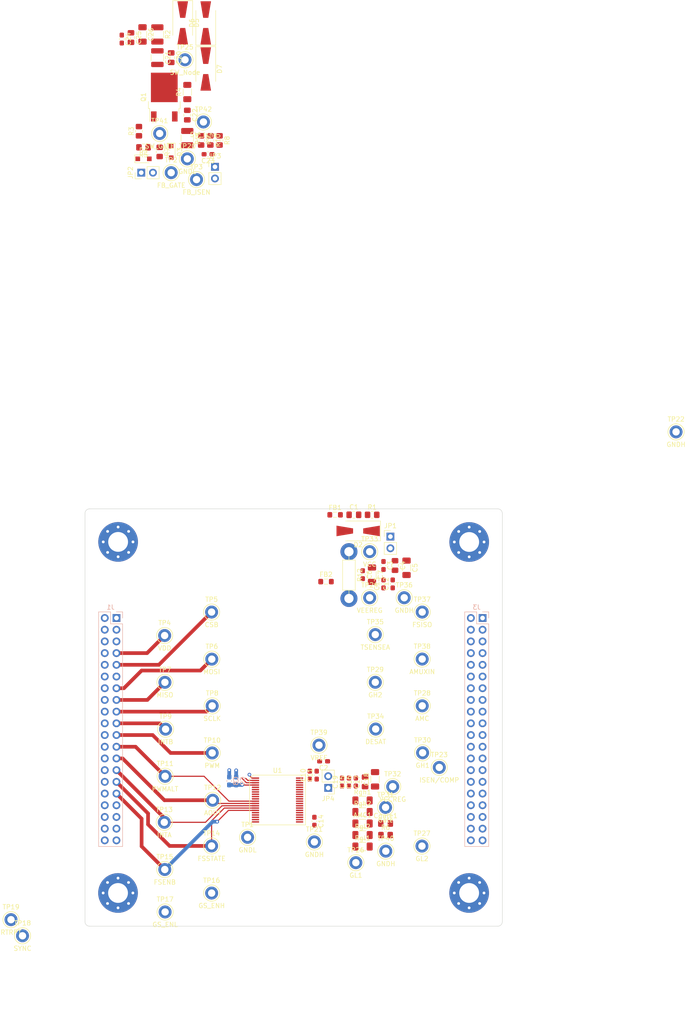
<source format=kicad_pcb>
(kicad_pcb (version 20211014) (generator pcbnew)
  (layers (0 "F.Cu" signal) (1 "In1.Cu" signal) (2 "In2.Cu" signal) (31 "B.Cu" signal) (34 "B.Paste" user) (35 "F.Paste" user) (36 "B.SilkS" user "B.Silkscreen") (37 "F.SilkS" user "F.Silkscreen") (38 "B.Mask" user) (39 "F.Mask" user) (44 "Edge.Cuts" user))
  (net 0 "")
  (net 1 "/AMC")
  (net 2 "/Gate")
  (net 3 "Net-(C1-Pad1)")
  (net 4 "Net-(C1-Pad2)")
  (net 5 "/VCC")
  (net 6 "GND")
  (net 7 "/VEEREG")
  (net 8 "/VDD")
  (net 9 "GNDD")
  (net 10 "/VREF")
  (net 11 "Net-(C20-Pad1)")
  (net 12 "/SW_Node")
  (net 13 "Net-(C22-Pad1)")
  (net 14 "/SW_Isns")
  (net 15 "Net-(C23-Pad1)")
  (net 16 "/SW_Gate")
  (net 17 "Net-(D4-Pad1)")
  (net 18 "+12V")
  (net 19 "Net-(D6-Pad1)")
  (net 20 "Net-(FB1-Pad2)")
  (net 28 "/CSB")
  (net 31 "/MOSI")
  (net 33 "/MISO")
  (net 35 "/SCLK")
  (net 37 "/INTB")
  (net 39 "/PWM")
  (net 41 "/PWMALT")
  (net 43 "/AOUT")
  (net 45 "/INTA")
  (net 47 "/FSSTATE")
  (net 49 "/FSENB")
  (net 52 "/GS_ENH")
  (net 54 "/GS_ENL")
  (net 63 "/TSENSEA")
  (net 65 "/FSISO")
  (net 67 "/VCC_ic")
  (net 71 "/AMUXIN")
  (net 73 "/GH2")
  (net 77 "/GL1")
  (net 81 "/ISEN{slash}COMP")
  (net 83 "/DESAT")
  (net 88 "/GH1")
  (net 92 "/GL2")
  (net 93 "/FB_GATE")
  (net 94 "/FB_ISEN")
  (net 95 "/SYNC")
  (net 96 "/RTRPT")
  (net 97 "/VCCREG")
  (net 99 "Net-(D2-Pad1)")
  (footprint "Resistor_SMD:R_0805_2012Metric_Pad1.20x1.40mm_HandSolder" (layer "F.Cu") (at 82.0375 105)
    (fp_text reference "R1")
    (fp_text value "DNP")
  )
  (footprint "footprints:TestPoint_Keystone_5010-5014_Multipurpose" (layer "F.Cu") (at 35.92 22.24)
    (fp_text reference "TP41")
    (fp_text value "SW_GATE")
  )
  (footprint "footprints:TestPoint_Keystone_5010-5014_Multipurpose" (layer "F.Cu") (at 89 123)
    (fp_text reference "TP36")
    (fp_text value "GNDH")
  )
  (footprint "footprints:TestPoint_Keystone_5010-5014_Multipurpose" (layer "F.Cu") (at 43.92 32.24)
    (fp_text reference "TP3")
    (fp_text value "FB_ISEN")
  )
  (footprint "Connector_PinHeader_2.54mm:PinHeader_1x02_P2.54mm_Vertical" (layer "F.Cu") (at 72.5 164.275 180)
    (fp_text reference "JP4")
    (fp_text value "C_VCC")
  )
  (footprint "footprints:TestPoint_Keystone_5010-5014_Multipurpose" (layer "F.Cu") (at 78.5 180.5)
    (fp_text reference "TP26")
    (fp_text value "GL1")
  )
  (footprint "footprints:TestPoint_Keystone_5010-5014_Multipurpose" (layer "F.Cu") (at 47.19 126.11)
    (fp_text reference "TP5")
    (fp_text value "CSB")
  )
  (footprint "Capacitor_SMD:C_0603_1608Metric_Pad1.08x0.95mm_HandSolder" (layer "F.Cu") (at 68.5 161.5 90)
    (fp_text reference "C10")
    (fp_text value "1u")
  )
  (footprint "Capacitor_SMD:C_0603_1608Metric_Pad1.08x0.95mm_HandSolder" (layer "F.Cu") (at 70 161.5 90)
    (fp_text reference "C11")
    (fp_text value "100n")
  )
  (footprint "Capacitor_SMD:C_1206_3216Metric_Pad1.33x1.80mm_HandSolder" (layer "F.Cu") (at 82 118 -90)
    (fp_text reference "C7")
    (fp_text value "4u7 DNP")
  )
  (footprint "footprints:TestPoint_Keystone_5010-5014_Multipurpose" (layer "F.Cu") (at 69.5 176)
    (fp_text reference "TP21")
    (fp_text value "GNDH")
  )
  (footprint "footprints:TestPoint_Keystone_5010-5014_Multipurpose" (layer "F.Cu") (at 92.85 176.9)
    (fp_text reference "TP27")
    (fp_text value "GL2")
  )
  (footprint "footprints:TestPoint_Keystone_5010-5014_Multipurpose" (layer "F.Cu") (at 47.19 176.87)
    (fp_text reference "TP14")
    (fp_text value "FSSTATE")
  )
  (footprint "Connector_PinHeader_2.54mm:PinHeader_1x02_P2.54mm_Vertical" (layer "F.Cu") (at 47.92 29.465)
    (fp_text reference "JP3")
    (fp_text value "Isns")
  )
  (footprint "Resistor_SMD:R_0805_2012Metric_Pad1.20x1.40mm_HandSolder" (layer "F.Cu") (at 44.92 23.74 -90)
    (fp_text reference "R9")
    (fp_text value "0R1")
  )
  (footprint "footprints:TestPoint_Keystone_5010-5014_Multipurpose" (layer "F.Cu") (at 82.72 131)
    (fp_text reference "TP35")
    (fp_text value "TSENSEA")
  )
  (footprint "footprints:TestPoint_Keystone_5010-5014_Multipurpose" (layer "F.Cu") (at 6.15 196.37)
    (fp_text reference "TP18")
    (fp_text value "SYNC")
  )
  (footprint "Diode_SMD:D_SMA-SMB_Universal_Handsoldering" (layer "F.Cu") (at 45.92 -1.76 90)
    (fp_text reference "D6")
    (fp_text value "DNP")
  )
  (footprint "MountingHole:MountingHole_4.3mm_M4_Pad_Via" (layer "F.Cu") (at 103.1 110.9)
    (fp_text reference "H4")
    (fp_text value "MountingHole_Pad")
  )
  (footprint "Diode_SMD:D_SOD-323_HandSoldering" (layer "F.Cu") (at 32.42 27.74)
    (fp_text reference "D4")
    (fp_text value "DNP")
  )
  (footprint "Resistor_SMD:R_1210_3225Metric_Pad1.30x2.65mm_HandSolder" (layer "F.Cu") (at 41.92 23.24 -90)
    (fp_text reference "R11")
    (fp_text value "0R1")
  )
  (footprint "Resistor_SMD:R_1206_3216Metric_Pad1.30x1.75mm_HandSolder" (layer "F.Cu") (at 79.95 167)
    (fp_text reference "Rgh1")
    (fp_text value "2")
  )
  (footprint "Resistor_SMD:R_1210_3225Metric_Pad1.30x2.65mm_HandSolder" (layer "F.Cu") (at 35.42 0.74 -90)
    (fp_text reference "R2")
    (fp_text value "DNP")
  )
  (footprint "Capacitor_SMD:C_0805_2012Metric_Pad1.18x1.45mm_HandSolder" (layer "F.Cu") (at 80.5 162.9625 90)
    (fp_text reference "C17")
    (fp_text value "4u7 DNP")
  )
  (footprint "footprints:TestPoint_Keystone_5010-5014_Multipurpose" (layer "F.Cu") (at 37.03 181.99)
    (fp_text reference "TP15")
    (fp_text value "FSENB")
  )
  (footprint "Capacitor_SMD:C_0805_2012Metric_Pad1.18x1.45mm_HandSolder" (layer "F.Cu") (at 87 116 -90)
    (fp_text reference "C4")
    (fp_text value "4u7 DNP")
  )
  (footprint "Resistor_SMD:R_0805_2012Metric_Pad1.20x1.40mm_HandSolder" (layer "F.Cu") (at 48.92 23.74 -90)
    (fp_text reference "R8")
    (fp_text value "0")
  )
  (footprint "MountingHole:MountingHole_4.3mm_M4_Pad_Via" (layer "F.Cu") (at 103.09 187.08)
    (fp_text reference "H1")
    (fp_text value "MountingHole_Pad")
  )
  (footprint "Capacitor_SMD:C_0805_2012Metric_Pad1.18x1.45mm_HandSolder" (layer "F.Cu") (at 78.075 105)
    (fp_text reference "C1")
    (fp_text value "DNP")
  )
  (footprint "footprints:TestPoint_Keystone_5010-5014_Multipurpose" (layer "F.Cu") (at 92.9 136.31)
    (fp_text reference "TP38")
    (fp_text value "AMUXIN")
  )
  (footprint "Resistor_SMD:R_1206_3216Metric_Pad1.30x1.75mm_HandSolder" (layer "F.Cu") (at 79.95 169.5)
    (fp_text reference "Rgh2")
    (fp_text value "2")
  )
  (footprint "footprints:TestPoint_Keystone_5010-5014_Multipurpose" (layer "F.Cu") (at 41.92 27.74)
    (fp_text reference "TP20")
    (fp_text value "GNDL")
  )
  (footprint "Capacitor_SMD:C_0603_1608Metric_Pad1.08x0.95mm_HandSolder" (layer "F.Cu") (at 46.42 26.74 180)
    (fp_text reference "C23")
    (fp_text value "DNP")
  )
  (footprint "footprints:TestPoint_Keystone_5010-5014_Multipurpose" (layer "F.Cu") (at 41.42 6.24)
    (fp_text reference "TP25")
    (fp_text value "SW_Node")
  )
  (footprint "Connector_PinHeader_2.54mm:PinHeader_1x02_P2.54mm_Vertical" (layer "F.Cu") (at 86 109.725)
    (fp_text reference "JP1")
    (fp_text value "Xfmr_VCC")
  )
  (footprint "footprints:TestPoint_Keystone_5010-5014_Multipurpose" (layer "F.Cu") (at 85 178)
    (fp_text reference "TP40")
    (fp_text value "GNDH")
  )
  (footprint "footprints:TestPoint_Keystone_5010-5014_Multipurpose" (layer "F.Cu") (at 96.61 159.83)
    (fp_text reference "TP23")
    (fp_text value "ISEN/COMP")
  )
  (footprint "Capacitor_SMD:C_0603_1608Metric_Pad1.08x0.95mm_HandSolder" (layer "F.Cu") (at 69.5 171.5 -90)
    (fp_text reference "C14")
    (fp_text value "100n")
  )
  (footprint "MountingHole:MountingHole_4.3mm_M4_Pad_Via" (layer "F.Cu") (at 26.9 110.88)
    (fp_text reference "H3")
    (fp_text value "MountingHole_Pad")
  )
  (footprint "Inductor_SMD:L_0805_2012Metric_Pad1.05x1.20mm_HandSolder" (layer "F.Cu") (at 72.025 119.5)
    (fp_text reference "FB2")
    (fp_text value "0")
  )
  (footprint "Resistor_SMD:R_1206_3216Metric_Pad1.30x1.75mm_HandSolder" (layer "F.Cu") (at 41.92 13.24 90)
    (fp_text reference "R4")
    (fp_text value "DNP")
  )
  (footprint "footprints:TestPoint_Keystone_5010-5014_Multipurpose" (layer "F.Cu") (at 37.2 151.53)
    (fp_text reference "TP9")
    (fp_text value "INTB")
  )
  (footprint "Capacitor_SMD:C_1206_3216Metric_Pad1.33x1.80mm_HandSolder" (layer "F.Cu") (at 82.67 162.41 90)
    (fp_text reference "C18")
    (fp_text value "4u7 DNP")
  )
  (footprint "MountingHole:MountingHole_4.3mm_M4_Pad_Via" (layer "F.Cu") (at 26.88 187.08)
    (fp_text reference "H2")
    (fp_text value "MountingHole_Pad")
  )
  (footprint "footprints:TestPoint_Keystone_5010-5014_Multipurpose" (layer "F.Cu") (at 70.5 155)
    (fp_text reference "TP39")
    (fp_text value "VREF")
  )
  (footprint "Resistor_SMD:R_1206_3216Metric_Pad1.30x1.75mm_HandSolder" (layer "F.Cu") (at 79.95 174.5)
    (fp_text reference "Rgl2")
    (fp_text value "2")
  )
  (footprint "Capacitor_SMD:C_0603_1608Metric_Pad1.08x0.95mm_HandSolder" (layer "F.Cu") (at 27.695 1.74 -90)
    (fp_text reference "C24")
    (fp_text value "4u7")
  )
  (footprint "Capacitor_SMD:C_0603_1608Metric_Pad1.08x0.95mm_HandSolder" (layer "F.Cu") (at 71.5 158.5 180)
    (fp_text reference "C2")
    (fp_text value "100n")
  )
  (footprint "footprints:TestPoint_Keystone_5010-5014_Multipurpose" (layer "F.Cu") (at 81.5 113)
    (fp_text reference "TP33")
    (fp_text value "VCC")
  )
  (footprint "Resistor_SMD:R_0805_2012Metric_Pad1.20x1.40mm_HandSolder" (layer "F.Cu") (at 31.42 21.74 90)
    (fp_text reference "R3")
    (fp_text value "1k DNP")
  )
  (footprint "Resistor_SMD:R_1206_3216Metric_Pad1.30x1.75mm_HandSolder" (layer "F.Cu") (at 79.95 172)
    (fp_text reference "AMC1")
    (fp_text value "0")
  )
  (footprint "footprints:TestPoint_Keystone_5010-5014_Multipurpose" (layer "F.Cu") (at 82.72 141.35)
    (fp_text reference "TP29")
    (fp_text value "GH2")
  )
  (footprint "Resistor_SMD:R_0805_2012Metric_Pad1.20x1.40mm_HandSolder" (layer "F.Cu") (at 35.92 26.24 -90)
    (fp_text reference "R7")
    (fp_text value "DNP")
  )
  (footprint "Capacitor_SMD:C_1206_3216Metric_Pad1.33x1.80mm_HandSolder" (layer "F.Cu") (at 32.195 0.74 -90)
    (fp_text reference "C26")
    (fp_text value "4u7 DNP")
  )
  (footprint "footprints:TestPoint_Keystone_5010-5014_Multipurpose" (layer "F.Cu") (at 37.1 191.2)
    (fp_text reference "TP17")
    (fp_text value "GS_ENL")
  )
  (footprint "Capacitor_SMD:C_0603_1608Metric_Pad1.08x0.95mm_HandSolder" (layer "F.Cu") (at 75.5 163 90)
    (fp_text reference "C19")
    (fp_text value "100n")
  )
  (footprint "footprints:TestPoint_Keystone_5010-5014_Multipurpose" (layer "F.Cu") (at 92.91 146.46)
    (fp_text reference "TP28")
    (fp_text value "AMC")
  )
  (footprint "footprints:TestPoint_Keystone_5010-5014_Multipurpose" (layer "F.Cu") (at 47.2 187.1)
    (fp_text reference "TP16")
    (fp_text value "GS_ENH")
  )
  (footprint "Connector_PinHeader_2.54mm:PinHeader_1x02_P2.54mm_Vertical" (layer "F.Cu") (at 31.92 30.74 90)
    (fp_text reference "JP2")
    (fp_text value "Gate")
  )
  (footprint "Diode_SMD:D_SMA-SMB_Universal_Handsoldering" (layer "F.Cu") (at 40.92 -1.76 -90)
    (fp_text reference "D5")
    (fp_text value "DNP")
  )
  (footprint "footprints:TestPoint_Keystone_5010-5014_Multipurpose" (layer "F.Cu") (at 45.42 19.74)
    (fp_text reference "TP42")
    (fp_text value "SW_Isns")
  )
  (footprint "footprints:TestPoint_Keystone_5010-5014_Multipurpose" (layer "F.Cu") (at 37 131.2)
    (fp_text reference "TP4")
    (fp_text value "VDD")
  )
  (footprint "footprints:TestPoint_Keystone_5010-5014_Multipurpose" (layer "F.Cu") (at 47.23 136.33)
    (fp_text reference "TP6")
    (fp_text value "MOSI")
  )
  (footprint "Capacitor_SMD:C_0603_1608Metric_Pad1.08x0.95mm_HandSolder" (layer "F.Cu") (at 78.5 163 90)
    (fp_text reference "C16")
    (fp_text value "4u7")
  )
  (footprint "Capacitor_SMD:C_0603_1608Metric_Pad1.08x0.95mm_HandSolder" (layer "F.Cu") (at 84.5 116 -90)
    (fp_text reference "C3")
    (fp_text value "4u7")
  )
  (footprint "Capacitor_SMD:C_1206_3216Metric_Pad1.33x1.80mm_HandSolder" (layer "F.Cu") (at 89.5 116.5 -90)
    (fp_text reference "C5")
    (fp_text value "4u7 DNP")
  )
  (footprint "footprints:TestPoint_Keystone_5010-5014_Multipurpose" (layer "F.Cu") (at 81.5 123)
    (fp_text reference "TP24")
    (fp_text value "VEEREG")
  )
  (footprint "footprints:TestPoint_Keystone_5010-5014_Multipurpose" (layer "F.Cu") (at 38.42 30.74)
    (fp_text reference "TP2")
    (fp_text value "FB_GATE")
  )
  (footprint "footprints:TestPoint_Keystone_5010-5014_Multipurpose" (layer "F.Cu") (at 84.95 168.5)
    (fp_text reference "TP31")
    (fp_text value "Gate")
  )
  (footprint "Diode_SMD:D_SMA-SMB_Universal_Handsoldering" (layer "F.Cu") (at 45.92 8.24 -90)
    (fp_text reference "D7")
    (fp_text value "DNP")
  )
  (footprint "Resistor_SMD:R_1206_3216Metric_Pad1.30x1.75mm_HandSolder" (layer "F.Cu") (at 79.95 177)
    (fp_text reference "Rgl1")
    (fp_text value "2")
  )
  (footprint "Resistor_SMD:R_0805_2012Metric_Pad1.20x1.40mm_HandSolder" (layer "F.Cu") (at 32.42 25.24 180)
    (fp_text reference "R5")
    (fp_text value "33")
  )
  (footprint "Capacitor_SMD:C_1210_3225Metric" (layer "F.Cu") (at 35.42 5.7775 -90)
    (fp_text reference "C21")
    (fp_text value "DNP")
  )
  (footprint "Diode_SMD:D_SMA-SMB_Universal_Handsoldering" (layer "F.Cu") (at 79 108.5 180)
    (fp_text reference "D2")
    (fp_text value "D")
  )
  (footprint "footprints:TestPoint_Keystone_5010-5014_Multipurpose" (layer "F.Cu") (at 37.06 141.36)
    (fp_text reference "TP7")
    (fp_text value "MISO")
  )
  (footprint "footprints:TestPoint_Keystone_5010-5014_Multipurpose" (layer "F.Cu") (at 92.99 156.65)
    (fp_text reference "TP30")
    (fp_text value "GH1")
  )
  (footprint "footprints:TestPoint_Keystone_5010-5014_Multipurpose" (layer "F.Cu") (at 148 87)
    (fp_text reference "TP22")
    (fp_text value "GNDH")
  )
  (footprint "footprints:TestPoint_Keystone_5010-5014_Multipurpose" (layer "F.Cu") (at 3.65 192.87)
    (fp_text reference "TP19")
    (fp_text value "RTRPT")
  )
  (footprint "Package_TO_SOT_SMD:TO-252-2" (layer "F.Cu") (at 36.92 14.34 90)
    (fp_text reference "Q1")
    (fp_text value "40N06")
  )
  (footprint "footprints:TestPoint_Keystone_5010-5014_Multipurpose" (layer "F.Cu") (at 36.92 171.74)
    (fp_text reference "TP13")
    (fp_text value "INTA")
  )
  (footprint "Capacitor_SMD:C_0805_2012Metric_Pad1.18x1.45mm_HandSolder" (layer "F.Cu") (at 29.695 1.42 -90)
    (fp_text reference "C25")
    (fp_text value "4u7 DNP")
  )
  (footprint "footprints:TestPoint_Keystone_5010-5014_Multipurpose" (layer "F.Cu") (at 86.5 164)
    (fp_text reference "TP32")
    (fp_text value "VCCREG")
  )
  (footprint "footprints:R_SocketINSA_L6.3mm_D2.5mm_P10.16mm_Horizontal" (layer "F.Cu") (at 77 113 -90)
    (fp_text reference "R12")
    (fp_text value "0R1")
  )
  (footprint "Capacitor_SMD:C_0805_2012Metric_Pad1.18x1.45mm_HandSolder" (layer "F.Cu") (at 41.92 18.24 -90)
    (fp_text reference "C22")
    (fp_text value "DNP")
  )
  (footprint "Diode_SMD:D_SOD-323_HandSoldering" (layer "F.Cu") (at 38.42 26.24 -90)
    (fp_text reference "D3")
    (fp_text value "DNP")
  )
  (footprint "footprints:TestPoint_Keystone_5010-5014_Multipurpose" (layer "F.Cu") (at 37.1 161.75)
    (fp_text reference "TP11")
    (fp_text value "PWMALT")
  )
  (footprint "Capacitor_SMD:C_0603_1608Metric_Pad1.08x0.95mm_HandSolder" (layer "F.Cu") (at 77 163 90)
    (fp_text reference "C15")
    (fp_text value "4u7")
  )
  (footprint "footprintsNXP:GD3163_SOIC-40_1.575x0.3, 9.575w" (layer "F.Cu") (at 61.5 166.9 -90)
    (fp_text reference "U1")
    (fp_text value "GD3163")
  )
  (footprint "footprints:TestPoint_Keystone_5010-5014_Multipurpose" (layer "F.Cu") (at 47.42 166.95)
    (fp_text reference "TP12")
    (fp_text value "AOUT")
  )
  (footprint "footprints:TestPoint_Keystone_5010-5014_Multipurpose" (layer "F.Cu") (at 82.8 151.5)
    (fp_text reference "TP34")
    (fp_text value "DESAT")
  )
  (footprint "footprints:TestPoint_Keystone_5010-5014_Multipurpose" (layer "F.Cu") (at 47.32 146.47)
    (fp_text reference "TP8")
    (fp_text value "SCLK")
  )
  (footprint "Resistor_SMD:R_0805_2012Metric_Pad1.20x1.40mm_HandSolder" (layer "F.Cu") (at 46.92 23.74 -90)
    (fp_text reference "R10")
    (fp_text value "0R1")
  )
  (footprint "Capacitor_SMD:C_0805_2012Metric_Pad1.18x1.45mm_HandSolder" (layer "F.Cu") (at 84.95 172)
    (fp_text reference "Cgate1")
    (fp_text value "3n3 DNP")
  )
  (footprint "Capacitor_SMD:C_0603_1608Metric_Pad1.08x0.95mm_HandSolder" (layer "F.Cu") (at 84.5 120 90)
    (fp_text reference "C13")
    (fp_text value "4u7")
  )
  (footprint "footprints:TestPoint_Keystone_5010-5014_Multipurpose" (layer "F.Cu") (at 47.32 156.69)
    (fp_text reference "TP10")
    (fp_text value "PWM")
  )
  (footprint "Resistor_SMD:R_0805_2012Metric_Pad1.20x1.40mm_HandSolder" (layer "F.Cu") (at 84.95 174.5)
    (fp_text reference "R6")
    (fp_text value "10k DNP")
  )
  (footprint "Capacitor_SMD:C_0603_1608Metric_Pad1.08x0.95mm_HandSolder" (layer "F.Cu") (at 86.5 120 90)
    (fp_text reference "C12")
    (fp_text value "4u7")
  )
  (footprint "footprints:TestPoint_Keystone_5010-5014_Multipurpose" (layer "F.Cu") (at 55 175)
    (fp_text reference "TP1")
    (fp_text value "GNDL")
  )
  (footprint "Capacitor_SMD:C_0603_1608Metric_Pad1.08x0.95mm_HandSolder" (layer "F.Cu") (at 80 118 -90)
    (fp_text reference "C6")
    (fp_text value "4u7")
  )
  (footprint "footprints:TestPoint_Keystone_5010-5014_Multipurpose" (layer "F.Cu") (at 92.9 126.11)
    (fp_text reference "TP37")
    (fp_text value "FSISO")
  )
  (footprint "Capacitor_SMD:C_0805_2012Metric_Pad1.18x1.45mm_HandSolder" (layer "F.Cu") (at 38.42 5.7775 -90)
    (fp_text reference "C20")
    (fp_text value "DNP")
  )
  (footprint "Inductor_SMD:L_0805_2012Metric_Pad1.05x1.20mm_HandSolder" (layer "F.Cu") (at 74 105)
    (fp_text reference "FB1")
    (fp_text value "0")
  )
  (footprint "Capacitor_SMD:C_0603_1608Metric_Pad1.08x0.95mm_HandSolder" (layer "B.Cu") (at 51.025 162.7625 90)
    (fp_text reference "C8")
    (fp_text value "1u")
  )
  (footprint "Connector_PinHeader_2.54mm:PinHeader_2x20_P2.54mm_Vertical" (layer "B.Cu") (at 106 127.4 180)
    (fp_text reference "J3")
    (fp_text value "Conn_02x20_Odd_Even")
  )
  (footprint "Capacitor_SMD:C_0603_1608Metric_Pad1.08x0.95mm_HandSolder" (layer "B.Cu") (at 52.525 162.7625 90)
    (fp_text reference "C9")
    (fp_text value "100n")
  )
  (footprint "Connector_PinHeader_2.54mm:PinHeader_2x20_P2.54mm_Vertical" (layer "B.Cu") (at 26.54 127.4 180)
    (fp_text reference "J1")
    (fp_text value "Conn_02x20_Odd_Even")
  )
  (gr_arc (start 109.292893 103.707107) (mid 110 104) (end 110.292893 104.707107) (layer "Edge.Cuts") (width 0.1))
  (gr_line (start 20.707107 103.707107) (end 109.292893 103.707107) (layer "Edge.Cuts") (width 0.1))
  (gr_line (start 110.292893 104.707107) (end 110.292893 193.292893) (layer "Edge.Cuts") (width 0.1))
  (gr_arc (start 19.707107 104.707107) (mid 20 104) (end 20.707107 103.707107) (layer "Edge.Cuts") (width 0.1))
  (gr_arc (start 20.707107 194.292893) (mid 20 194) (end 19.707107 193.292893) (layer "Edge.Cuts") (width 0.1))
  (gr_arc (start 110.292893 193.292893) (mid 110 194) (end 109.292893 194.292893) (layer "Edge.Cuts") (width 0.1))
  (gr_line (start 109.292893 194.292893) (end 20.707107 194.292893) (layer "Edge.Cuts") (width 0.1))
  (gr_line (start 19.707107 104.707107) (end 19.707107 193.292893) (layer "Edge.Cuts") (width 0.1))
  (segment (start 33.18 135.02) (end 37 131.2) (width 0.8) (layer "F.Cu") (net 8))
  (segment (start 26.54 135.02) (end 33.18 135.02) (width 0.8) (layer "F.Cu") (net 8))
  (segment (start 53.875 163.65) (end 53.825 163.6) (width 0.25) (layer "F.Cu") (net 8))
  (segment (start 56.7125 163.65) (end 53.875 163.65) (width 0.25) (layer "F.Cu") (net 8))
  (via (at 53.825 163.6) (size 0.8) (drill 0.4) (layers "F.Cu" "B.Cu") (net 8))
  (segment (start 51.025 163.625) (end 53.8 163.625) (width 0.8) (layer "B.Cu") (net 8))
  (segment (start 53.8 163.625) (end 53.825 163.6) (width 0.8) (layer "B.Cu") (net 8))
  (segment (start 55.4 161.6) (end 55.4 161.4) (width 0.25) (layer "F.Cu") (net 9))
  (segment (start 55.95 162.15) (end 55.4 161.6) (width 0.25) (layer "F.Cu") (net 9))
  (segment (start 56.7125 162.15) (end 55.95 162.15) (width 0.25) (layer "F.Cu") (net 9))
  (via (at 55.4 161.4) (size 0.8) (drill 0.4) (layers "F.Cu" "B.Cu") (net 9))
  (via (at 51.025 160.425) (size 0.8) (drill 0.4) (layers "F.Cu" "B.Cu") (net 9))
  (via (at 52.525 160.475) (size 0.8) (drill 0.4) (layers "F.Cu" "B.Cu") (net 9))
  (segment (start 51.025 161.9) (end 51.025 160.425) (width 0.8) (layer "B.Cu") (net 9))
  (segment (start 52.525 161.9) (end 52.525 160.475) (width 0.8) (layer "B.Cu") (net 9))
  (segment (start 26.54 137.56) (end 35.74 137.56) (width 0.8) (layer "F.Cu") (net 28))
  (segment (start 35.74 137.56) (end 47.19 126.11) (width 0.8) (layer "F.Cu") (net 28))
  (segment (start 28.16 142.64) (end 32 138.8) (width 0.8) (layer "F.Cu") (net 31))
  (segment (start 32 138.8) (end 44.76 138.8) (width 0.8) (layer "F.Cu") (net 31))
  (segment (start 26.54 142.64) (end 28.16 142.64) (width 0.8) (layer "F.Cu") (net 31))
  (segment (start 44.76 138.8) (end 47.23 136.33) (width 0.8) (layer "F.Cu") (net 31))
  (segment (start 26.54 145.18) (end 33.24 145.18) (width 0.8) (layer "F.Cu") (net 33))
  (segment (start 33.24 145.18) (end 37.06 141.36) (width 0.8) (layer "F.Cu") (net 33))
  (segment (start 46.07 147.72) (end 47.32 146.47) (width 0.8) (layer "F.Cu") (net 35))
  (segment (start 26.54 147.72) (end 46.07 147.72) (width 0.8) (layer "F.Cu") (net 35))
  (segment (start 26.54 150.26) (end 35.93 150.26) (width 0.8) (layer "F.Cu") (net 37))
  (segment (start 35.93 150.26) (end 37.2 151.53) (width 0.8) (layer "F.Cu") (net 37))
  (segment (start 26.54 152.8) (end 34.4 152.8) (width 0.8) (layer "F.Cu") (net 39))
  (segment (start 38.29 156.69) (end 47.32 156.69) (width 0.8) (layer "F.Cu") (net 39))
  (segment (start 34.4 152.8) (end 38.29 156.69) (width 0.8) (layer "F.Cu") (net 39))
  (segment (start 26.54 155.34) (end 30.69 155.34) (width 0.8) (layer "F.Cu") (net 41))
  (segment (start 30.69 155.34) (end 37.1 161.75) (width 0.8) (layer "F.Cu") (net 41))
  (segment (start 37.1 161.75) (end 45.55 161.75) (width 0.25) (layer "F.Cu") (net 41))
  (segment (start 56.7125 167.15) (end 50.95 167.15) (width 0.25) (layer "F.Cu") (net 41))
  (segment (start 45.55 161.75) (end 50.95 167.15) (width 0.25) (layer "F.Cu") (net 41))
  (segment (start 36.95 166.95) (end 47.42 166.95) (width 0.8) (layer "F.Cu") (net 43))
  (segment (start 48.12 167.65) (end 47.42 166.95) (width 0.25) (layer "F.Cu") (net 43))
  (segment (start 26.54 157.88) (end 27.88 157.88) (width 0.8) (layer "F.Cu") (net 43))
  (segment (start 27.88 157.88) (end 36.95 166.95) (width 0.8) (layer "F.Cu") (net 43))
  (segment (start 56.7125 167.65) (end 48.12 167.65) (width 0.25) (layer "F.Cu") (net 43))
  (segment (start 36.92 170.8) (end 36.92 171.74) (width 0.8) (layer "F.Cu") (net 45))
  (segment (start 36.92 171.74) (end 45.86 171.74) (width 0.25) (layer "F.Cu") (net 45))
  (segment (start 45.86 171.74) (end 49.45 168.15) (width 0.25) (layer "F.Cu") (net 45))
  (segment (start 49.45 168.15) (end 56.7125 168.15) (width 0.25) (layer "F.Cu") (net 45))
  (segment (start 26.54 160.42) (end 36.92 170.8) (width 0.8) (layer "F.Cu") (net 45))
  (segment (start 33.4 172.2) (end 33.4 169.82) (width 0.8) (layer "F.Cu") (net 47))
  (segment (start 47.19 176.87) (end 38.07 176.87) (width 0.8) (layer "F.Cu") (net 47))
  (segment (start 56.7125 168.65) (end 49.95 168.65) (width 0.25) (layer "F.Cu") (net 47))
  (segment (start 26.54 162.96) (end 33.4 169.82) (width 0.8) (layer "F.Cu") (net 47))
  (segment (start 49.95 168.65) (end 47.19 171.41) (width 0.25) (layer "F.Cu") (net 47))
  (segment (start 38.07 176.87) (end 33.4 172.2) (width 0.8) (layer "F.Cu") (net 47))
  (segment (start 47.19 171.41) (end 47.19 176.87) (width 0.25) (layer "F.Cu") (net 47))
  (segment (start 50.85 169.15) (end 48.4 171.6) (width 0.25) (layer "F.Cu") (net 49))
  (segment (start 32 170.96) (end 32 176.96) (width 0.8) (layer "F.Cu") (net 49))
  (segment (start 32 176.96) (end 37.03 181.99) (width 0.8) (layer "F.Cu") (net 49))
  (segment (start 26.54 165.5) (end 32 170.96) (width 0.8) (layer "F.Cu") (net 49))
  (segment (start 56.7125 169.15) (end 50.85 169.15) (width 0.25) (layer "F.Cu") (net 49))
  (via (at 48.4 171.6) (size 0.8) (drill 0.4) (layers "F.Cu" "B.Cu") (net 49))
  (segment (start 47.42 171.6) (end 48.4 171.6) (width 0.8) (layer "B.Cu") (net 49))
  (segment (start 37.03 181.99) (end 47.42 171.6) (width 0.8) (layer "B.Cu") (net 49))
  (segment (start 55.05 162.65) (end 54.6 162.2) (width 0.25) (layer "F.Cu") (net 93))
  (segment (start 56.7125 162.65) (end 55.05 162.65) (width 0.25) (layer "F.Cu") (net 93))
  (segment (start 54.75 163.15) (end 53.8 162.2) (width 0.25) (layer "F.Cu") (net 94))
  (segment (start 56.7125 163.15) (end 54.75 163.15) (width 0.25) (layer "F.Cu") (net 94))
)
</source>
